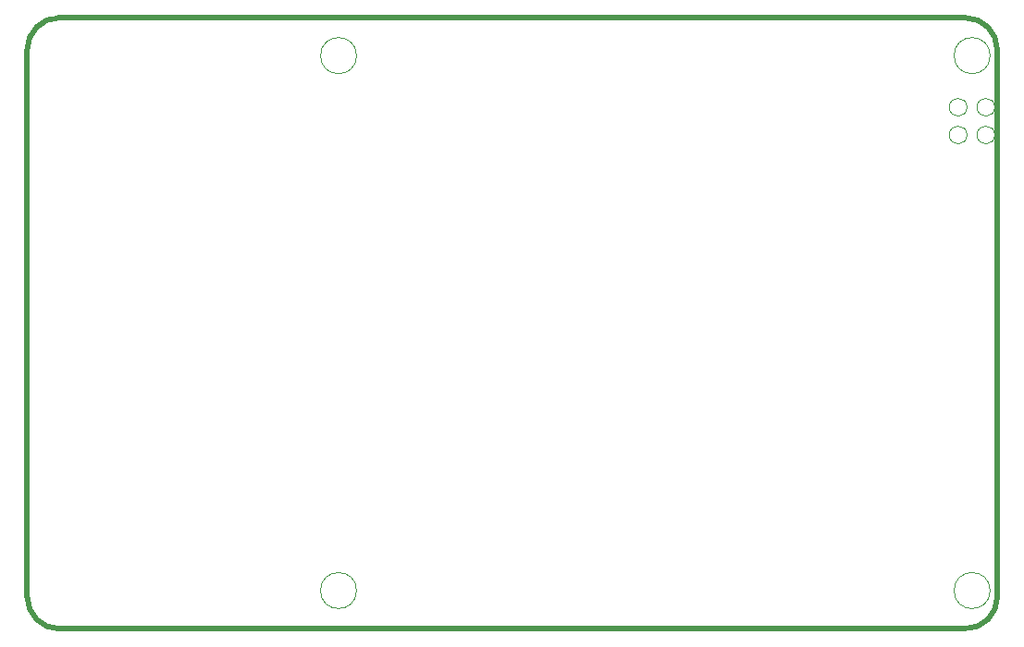
<source format=gko>
G04*
G04 #@! TF.GenerationSoftware,Altium Limited,Altium Designer,22.10.1 (41)*
G04*
G04 Layer_Color=16711935*
%FSLAX23Y23*%
%MOIN*%
G70*
G04*
G04 #@! TF.SameCoordinates,9DCC93BE-6794-47A7-A240-529396958765*
G04*
G04*
G04 #@! TF.FilePolarity,Positive*
G04*
G01*
G75*
%ADD60C,0.001*%
%ADD61C,0.020*%
D60*
X3535Y1833D02*
G03*
X3535Y1833I-32J0D01*
G01*
X3435D02*
G03*
X3435Y1833I-32J0D01*
G01*
X3535Y1933D02*
G03*
X3535Y1933I-32J0D01*
G01*
X3435D02*
G03*
X3435Y1933I-32J0D01*
G01*
X1235Y190D02*
G03*
X1235Y190I-65J0D01*
G01*
Y2119D02*
G03*
X1235Y2119I-65J0D01*
G01*
X3518D02*
G03*
X3518Y2119I-65J0D01*
G01*
Y190D02*
G03*
X3518Y190I-65J0D01*
G01*
D61*
X48Y168D02*
G03*
X164Y52I116J0D01*
G01*
Y2256D02*
G03*
X48Y2140I0J-116D01*
G01*
X3544D02*
G03*
X3428Y2256I-116J0D01*
G01*
Y52D02*
G03*
X3544Y168I0J116D01*
G01*
X48D02*
Y2140D01*
X164Y2256D02*
X3428D01*
X3544Y168D02*
Y2140D01*
X164Y52D02*
X3428D01*
M02*

</source>
